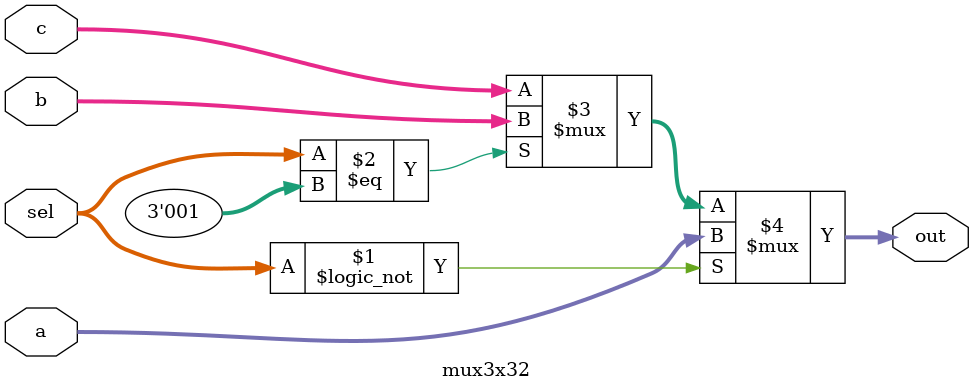
<source format=v>
module mux3x32 (
    input [31:0] a,
    input [31:0] b,
    input [31:0] c,
    input [2:0] sel,
    output [31:0] out
);
    assign out = sel == 3'b000 ? a : sel == 3'b001 ? b : c;
endmodule
</source>
